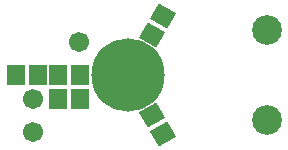
<source format=gbs>
G04 Layer_Color=16711935*
%FSLAX23Y23*%
%MOIN*%
G70*
G01*
G75*
%ADD39R,0.059X0.067*%
%ADD49C,0.244*%
%ADD50C,0.099*%
%ADD51C,0.067*%
G04:AMPARAMS|DCode=52|XSize=59mil|YSize=67mil|CornerRadius=0mil|HoleSize=0mil|Usage=FLASHONLY|Rotation=240.000|XOffset=0mil|YOffset=0mil|HoleType=Round|Shape=Rectangle|*
%AMROTATEDRECTD52*
4,1,4,-0.014,0.042,0.044,0.009,0.014,-0.042,-0.044,-0.009,-0.014,0.042,0.0*
%
%ADD52ROTATEDRECTD52*%

G04:AMPARAMS|DCode=53|XSize=59mil|YSize=67mil|CornerRadius=0mil|HoleSize=0mil|Usage=FLASHONLY|Rotation=120.000|XOffset=0mil|YOffset=0mil|HoleType=Round|Shape=Rectangle|*
%AMROTATEDRECTD53*
4,1,4,0.044,-0.009,-0.014,-0.042,-0.044,0.009,0.014,0.042,0.044,-0.009,0.0*
%
%ADD53ROTATEDRECTD53*%

D39*
X-443Y-80D02*
D03*
X-517D02*
D03*
X-443Y0D02*
D03*
X-517D02*
D03*
X-583D02*
D03*
X-657D02*
D03*
D49*
X-284D02*
D03*
D50*
X179Y150D02*
D03*
Y-150D02*
D03*
D51*
X-445Y108D02*
D03*
X-600Y-80D02*
D03*
Y-190D02*
D03*
D52*
X-204Y133D02*
D03*
X-166Y197D02*
D03*
D53*
Y-197D02*
D03*
X-204Y-133D02*
D03*
M02*

</source>
